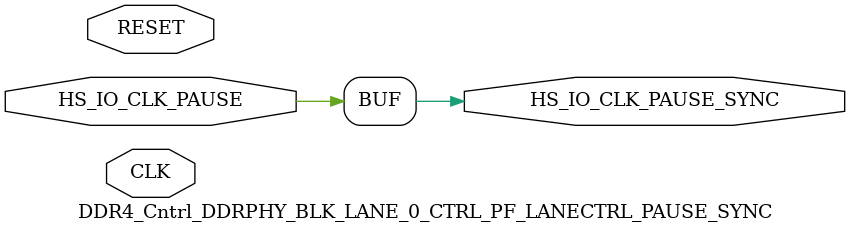
<source format=v>


module DDR4_Cntrl_DDRPHY_BLK_LANE_0_CTRL_PF_LANECTRL_PAUSE_SYNC( CLK, RESET, HS_IO_CLK_PAUSE, HS_IO_CLK_PAUSE_SYNC );
	
	input CLK, RESET, HS_IO_CLK_PAUSE;
	output HS_IO_CLK_PAUSE_SYNC;

	parameter ENABLE_PAUSE_EXTENSION = 2'b00;

	reg pause_reg_0, pause_reg_1, pause;
	wire pause_sync_0_i;

	generate 
		if( ENABLE_PAUSE_EXTENSION == 3'b000 ) begin : feed
			assign HS_IO_CLK_PAUSE_SYNC = HS_IO_CLK_PAUSE;
		end else if( ENABLE_PAUSE_EXTENSION == 3'b001 ) begin : pipe
			(* HS_IO_CLK_PAUSE_SYNC = 1, syn_keep = 1 *) SLE pause_sync_0(
				.CLK( CLK ),
				.D( HS_IO_CLK_PAUSE ),
				.Q( pause_sync_0_i ),
				.LAT( 1'b0 ),
				.EN( 1'b1 ),
				.ALn( ~RESET ),
				.ADn( 1'b1 ),
				.SLn( 1'b1 ),
				.SD( 1'b0 )
				);

			(* HS_IO_CLK_PAUSE_SYNC = 1, syn_keep = 1 *) SLE pause_sync (
				.CLK( CLK ),
				.D( pause_sync_0_i ),
				.Q( HS_IO_CLK_PAUSE_SYNC ),
				.LAT( 1'b0 ),
				.EN( 1'b1 ),
				.ALn( ~RESET ),
				.ADn( 1'b1 ),
				.SLn( 1'b1 ),
				.SD( 1'b0 )
				);
		end else if ( ENABLE_PAUSE_EXTENSION == 3'b010 ) begin : ext_pipe
			always @(posedge CLK or posedge RESET) begin : ext
				if( RESET == 1'b1 ) begin
					pause_reg_0 <= 1'b0;
					pause_reg_1 <= 1'b0;
					pause <= 1'b0;
				end else begin
					pause_reg_0 <= HS_IO_CLK_PAUSE;
					pause_reg_1 <= pause_reg_0;
					if( HS_IO_CLK_PAUSE == 1'b0 && pause_reg_0 ==1'b1 && pause_reg_1 == 1'b0 )
						pause <= 1'b1; // Extend by 1 cycle if the pulse is less than a cycle
					else
						pause <= HS_IO_CLK_PAUSE;
				end
			end

			(* HS_IO_CLK_PAUSE_SYNC = 1, syn_keep = 1 *) SLE pause_sync (
				.CLK( CLK ),
				.D( pause ),
				.Q( HS_IO_CLK_PAUSE_SYNC ),
				.LAT( 1'b0 ),
				.EN( 1'b1 ),
				.ALn( ~RESET ),
				.ADn( 1'b1 ),
				.SLn( 1'b1 ),
				.SD( 1'b0 )
				);
		end else if ( ENABLE_PAUSE_EXTENSION == 3'b011 ) begin : pipe_fall 
			(* HS_IO_CLK_PAUSE_SYNC = 1, syn_keep = 1 *) SLE pause_sync_0 (
				.CLK( CLK ),
				.D( HS_IO_CLK_PAUSE ),
				.Q( pause_sync_0_i ),
				.LAT( 1'b0 ),
				.EN( 1'b1 ),
				.ALn( ~RESET ),
				.ADn( 1'b1 ),
				.SLn( 1'b1 ),
				.SD( 1'b0 )
				);

			(* HS_IO_CLK_PAUSE_SYNC = 1, syn_keep = 1 *) SLE pause_sync (
				.CLK( ~CLK ),
				.D( pause_sync_0_i ),
				.Q( HS_IO_CLK_PAUSE_SYNC ),
				.LAT( 1'b0 ),
				.EN( 1'b1 ),
				.ALn( ~RESET ),
				.ADn( 1'b1 ),
				.SLn( 1'b1 ),
				.SD( 1'b0 )
				);
		end else if ( ENABLE_PAUSE_EXTENSION == 3'b100 ) begin : ext_pipe_fall 
			always @(posedge CLK or posedge RESET) begin : ext
				if( RESET == 1'b1 ) begin
					pause_reg_0 <= 1'b0;
					pause_reg_1 <= 1'b0;
					pause <= 1'b0;
				end else begin
					pause_reg_0 <= HS_IO_CLK_PAUSE;
					pause_reg_1 <= pause_reg_0;
					if( HS_IO_CLK_PAUSE == 1'b0 && pause_reg_0 ==1'b1 && pause_reg_1 == 1'b0 )
						pause <= 1'b1; // Extend by 1 cycle if the pulse is less than a cycle
					else
						pause <= HS_IO_CLK_PAUSE;
				end
			end

			(* HS_IO_CLK_PAUSE_SYNC = 1, syn_keep = 1 *) SLE pause_sync (
				.CLK( ~CLK ),
				.D( pause ),
				.Q( HS_IO_CLK_PAUSE_SYNC ),
				.LAT( 1'b0 ),
				.EN( 1'b1 ),
				.ALn( ~RESET ),
				.ADn( 1'b1 ),
				.SLn( 1'b1 ),
				.SD( 1'b0 )
				);
		end
	endgenerate

endmodule
</source>
